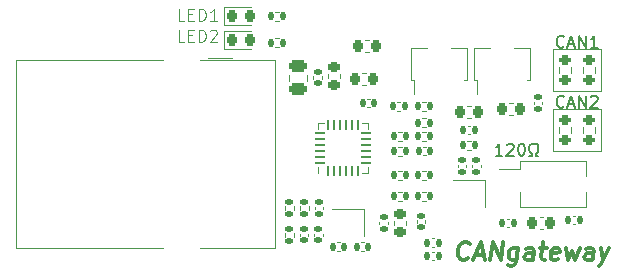
<source format=gbr>
%TF.GenerationSoftware,KiCad,Pcbnew,8.0.2-8.0.2-0~ubuntu22.04.1*%
%TF.CreationDate,2024-05-07T00:28:05+09:00*%
%TF.ProjectId,CANgatewayE,43414e67-6174-4657-9761-79452e6b6963,rev?*%
%TF.SameCoordinates,Original*%
%TF.FileFunction,Legend,Top*%
%TF.FilePolarity,Positive*%
%FSLAX46Y46*%
G04 Gerber Fmt 4.6, Leading zero omitted, Abs format (unit mm)*
G04 Created by KiCad (PCBNEW 8.0.2-8.0.2-0~ubuntu22.04.1) date 2024-05-07 00:28:05*
%MOMM*%
%LPD*%
G01*
G04 APERTURE LIST*
G04 Aperture macros list*
%AMRoundRect*
0 Rectangle with rounded corners*
0 $1 Rounding radius*
0 $2 $3 $4 $5 $6 $7 $8 $9 X,Y pos of 4 corners*
0 Add a 4 corners polygon primitive as box body*
4,1,4,$2,$3,$4,$5,$6,$7,$8,$9,$2,$3,0*
0 Add four circle primitives for the rounded corners*
1,1,$1+$1,$2,$3*
1,1,$1+$1,$4,$5*
1,1,$1+$1,$6,$7*
1,1,$1+$1,$8,$9*
0 Add four rect primitives between the rounded corners*
20,1,$1+$1,$2,$3,$4,$5,0*
20,1,$1+$1,$4,$5,$6,$7,0*
20,1,$1+$1,$6,$7,$8,$9,0*
20,1,$1+$1,$8,$9,$2,$3,0*%
%AMFreePoly0*
4,1,9,3.862500,-0.866500,0.737500,-0.866500,0.737500,-0.450000,-0.737500,-0.450000,-0.737500,0.450000,0.737500,0.450000,0.737500,0.866500,3.862500,0.866500,3.862500,-0.866500,3.862500,-0.866500,$1*%
G04 Aperture macros list end*
%ADD10C,0.100000*%
%ADD11C,0.300000*%
%ADD12C,0.150000*%
%ADD13C,0.120000*%
%ADD14RoundRect,0.140000X0.140000X0.170000X-0.140000X0.170000X-0.140000X-0.170000X0.140000X-0.170000X0*%
%ADD15RoundRect,0.140000X-0.170000X0.140000X-0.170000X-0.140000X0.170000X-0.140000X0.170000X0.140000X0*%
%ADD16RoundRect,0.135000X-0.185000X0.135000X-0.185000X-0.135000X0.185000X-0.135000X0.185000X0.135000X0*%
%ADD17RoundRect,0.135000X0.135000X0.185000X-0.135000X0.185000X-0.135000X-0.185000X0.135000X-0.185000X0*%
%ADD18C,3.250000*%
%ADD19C,1.890000*%
%ADD20R,1.900000X1.900000*%
%ADD21C,1.900000*%
%ADD22C,2.600000*%
%ADD23R,0.900000X0.800000*%
%ADD24RoundRect,0.225000X-0.225000X-0.250000X0.225000X-0.250000X0.225000X0.250000X-0.225000X0.250000X0*%
%ADD25R,0.900000X1.300000*%
%ADD26FreePoly0,90.000000*%
%ADD27RoundRect,0.218750X-0.218750X-0.256250X0.218750X-0.256250X0.218750X0.256250X-0.218750X0.256250X0*%
%ADD28RoundRect,0.140000X0.170000X-0.140000X0.170000X0.140000X-0.170000X0.140000X-0.170000X-0.140000X0*%
%ADD29RoundRect,0.200000X-0.275000X0.200000X-0.275000X-0.200000X0.275000X-0.200000X0.275000X0.200000X0*%
%ADD30RoundRect,0.062500X0.062500X-0.375000X0.062500X0.375000X-0.062500X0.375000X-0.062500X-0.375000X0*%
%ADD31RoundRect,0.062500X0.375000X-0.062500X0.375000X0.062500X-0.375000X0.062500X-0.375000X-0.062500X0*%
%ADD32R,2.500000X2.500000*%
%ADD33RoundRect,0.225000X0.225000X0.250000X-0.225000X0.250000X-0.225000X-0.250000X0.225000X-0.250000X0*%
%ADD34RoundRect,0.225000X-0.250000X0.225000X-0.250000X-0.225000X0.250000X-0.225000X0.250000X0.225000X0*%
%ADD35RoundRect,0.250000X0.475000X-0.250000X0.475000X0.250000X-0.475000X0.250000X-0.475000X-0.250000X0*%
%ADD36RoundRect,0.218750X-0.256250X0.218750X-0.256250X-0.218750X0.256250X-0.218750X0.256250X0.218750X0*%
%ADD37RoundRect,0.135000X0.185000X-0.135000X0.185000X0.135000X-0.185000X0.135000X-0.185000X-0.135000X0*%
%ADD38R,1.600000X0.760000*%
%ADD39RoundRect,0.135000X-0.135000X-0.185000X0.135000X-0.185000X0.135000X0.185000X-0.135000X0.185000X0*%
%ADD40R,1.700000X1.700000*%
%ADD41O,1.700000X1.700000*%
G04 APERTURE END LIST*
D10*
X44704000Y16510000D02*
X48768000Y16510000D01*
X48768000Y12954000D01*
X44704000Y12954000D01*
X44704000Y16510000D01*
X44704000Y21590000D02*
X48768000Y21590000D01*
X48768000Y18034000D01*
X44704000Y18034000D01*
X44704000Y21590000D01*
X13480074Y22225581D02*
X13003884Y22225581D01*
X13003884Y22225581D02*
X13003884Y23225581D01*
X13813408Y22749391D02*
X14146741Y22749391D01*
X14289598Y22225581D02*
X13813408Y22225581D01*
X13813408Y22225581D02*
X13813408Y23225581D01*
X13813408Y23225581D02*
X14289598Y23225581D01*
X14718170Y22225581D02*
X14718170Y23225581D01*
X14718170Y23225581D02*
X14956265Y23225581D01*
X14956265Y23225581D02*
X15099122Y23177962D01*
X15099122Y23177962D02*
X15194360Y23082724D01*
X15194360Y23082724D02*
X15241979Y22987486D01*
X15241979Y22987486D02*
X15289598Y22797010D01*
X15289598Y22797010D02*
X15289598Y22654153D01*
X15289598Y22654153D02*
X15241979Y22463677D01*
X15241979Y22463677D02*
X15194360Y22368439D01*
X15194360Y22368439D02*
X15099122Y22273200D01*
X15099122Y22273200D02*
X14956265Y22225581D01*
X14956265Y22225581D02*
X14718170Y22225581D01*
X15670551Y23130343D02*
X15718170Y23177962D01*
X15718170Y23177962D02*
X15813408Y23225581D01*
X15813408Y23225581D02*
X16051503Y23225581D01*
X16051503Y23225581D02*
X16146741Y23177962D01*
X16146741Y23177962D02*
X16194360Y23130343D01*
X16194360Y23130343D02*
X16241979Y23035105D01*
X16241979Y23035105D02*
X16241979Y22939867D01*
X16241979Y22939867D02*
X16194360Y22797010D01*
X16194360Y22797010D02*
X15622932Y22225581D01*
X15622932Y22225581D02*
X16241979Y22225581D01*
X13480074Y24003581D02*
X13003884Y24003581D01*
X13003884Y24003581D02*
X13003884Y25003581D01*
X13813408Y24527391D02*
X14146741Y24527391D01*
X14289598Y24003581D02*
X13813408Y24003581D01*
X13813408Y24003581D02*
X13813408Y25003581D01*
X13813408Y25003581D02*
X14289598Y25003581D01*
X14718170Y24003581D02*
X14718170Y25003581D01*
X14718170Y25003581D02*
X14956265Y25003581D01*
X14956265Y25003581D02*
X15099122Y24955962D01*
X15099122Y24955962D02*
X15194360Y24860724D01*
X15194360Y24860724D02*
X15241979Y24765486D01*
X15241979Y24765486D02*
X15289598Y24575010D01*
X15289598Y24575010D02*
X15289598Y24432153D01*
X15289598Y24432153D02*
X15241979Y24241677D01*
X15241979Y24241677D02*
X15194360Y24146439D01*
X15194360Y24146439D02*
X15099122Y24051200D01*
X15099122Y24051200D02*
X14956265Y24003581D01*
X14956265Y24003581D02*
X14718170Y24003581D01*
X16241979Y24003581D02*
X15670551Y24003581D01*
X15956265Y24003581D02*
X15956265Y25003581D01*
X15956265Y25003581D02*
X15861027Y24860724D01*
X15861027Y24860724D02*
X15765789Y24765486D01*
X15765789Y24765486D02*
X15670551Y24717867D01*
D11*
X37488582Y3898029D02*
X37408225Y3826600D01*
X37408225Y3826600D02*
X37185010Y3755172D01*
X37185010Y3755172D02*
X37042153Y3755172D01*
X37042153Y3755172D02*
X36836796Y3826600D01*
X36836796Y3826600D02*
X36711796Y3969458D01*
X36711796Y3969458D02*
X36658225Y4112315D01*
X36658225Y4112315D02*
X36622510Y4398029D01*
X36622510Y4398029D02*
X36649296Y4612315D01*
X36649296Y4612315D02*
X36756439Y4898029D01*
X36756439Y4898029D02*
X36845725Y5040886D01*
X36845725Y5040886D02*
X37006439Y5183743D01*
X37006439Y5183743D02*
X37229653Y5255172D01*
X37229653Y5255172D02*
X37372510Y5255172D01*
X37372510Y5255172D02*
X37577868Y5183743D01*
X37577868Y5183743D02*
X37640368Y5112315D01*
X38095725Y4183743D02*
X38810010Y4183743D01*
X37899296Y3755172D02*
X38586796Y5255172D01*
X38586796Y5255172D02*
X38899296Y3755172D01*
X39399296Y3755172D02*
X39586796Y5255172D01*
X39586796Y5255172D02*
X40256439Y3755172D01*
X40256439Y3755172D02*
X40443939Y5255172D01*
X41738582Y4755172D02*
X41586796Y3540886D01*
X41586796Y3540886D02*
X41497511Y3398029D01*
X41497511Y3398029D02*
X41417153Y3326600D01*
X41417153Y3326600D02*
X41265368Y3255172D01*
X41265368Y3255172D02*
X41051082Y3255172D01*
X41051082Y3255172D02*
X40917153Y3326600D01*
X41622511Y3826600D02*
X41470725Y3755172D01*
X41470725Y3755172D02*
X41185011Y3755172D01*
X41185011Y3755172D02*
X41051082Y3826600D01*
X41051082Y3826600D02*
X40988582Y3898029D01*
X40988582Y3898029D02*
X40935011Y4040886D01*
X40935011Y4040886D02*
X40988582Y4469458D01*
X40988582Y4469458D02*
X41077868Y4612315D01*
X41077868Y4612315D02*
X41158225Y4683743D01*
X41158225Y4683743D02*
X41310011Y4755172D01*
X41310011Y4755172D02*
X41595725Y4755172D01*
X41595725Y4755172D02*
X41729653Y4683743D01*
X42970725Y3755172D02*
X43068939Y4540886D01*
X43068939Y4540886D02*
X43015368Y4683743D01*
X43015368Y4683743D02*
X42881439Y4755172D01*
X42881439Y4755172D02*
X42595725Y4755172D01*
X42595725Y4755172D02*
X42443939Y4683743D01*
X42979654Y3826600D02*
X42827868Y3755172D01*
X42827868Y3755172D02*
X42470725Y3755172D01*
X42470725Y3755172D02*
X42336796Y3826600D01*
X42336796Y3826600D02*
X42283225Y3969458D01*
X42283225Y3969458D02*
X42301082Y4112315D01*
X42301082Y4112315D02*
X42390368Y4255172D01*
X42390368Y4255172D02*
X42542154Y4326600D01*
X42542154Y4326600D02*
X42899296Y4326600D01*
X42899296Y4326600D02*
X43051082Y4398029D01*
X43595725Y4755172D02*
X44167154Y4755172D01*
X43872511Y5255172D02*
X43711797Y3969458D01*
X43711797Y3969458D02*
X43765368Y3826600D01*
X43765368Y3826600D02*
X43899297Y3755172D01*
X43899297Y3755172D02*
X44042154Y3755172D01*
X45122511Y3826600D02*
X44970725Y3755172D01*
X44970725Y3755172D02*
X44685011Y3755172D01*
X44685011Y3755172D02*
X44551082Y3826600D01*
X44551082Y3826600D02*
X44497511Y3969458D01*
X44497511Y3969458D02*
X44568940Y4540886D01*
X44568940Y4540886D02*
X44658225Y4683743D01*
X44658225Y4683743D02*
X44810011Y4755172D01*
X44810011Y4755172D02*
X45095725Y4755172D01*
X45095725Y4755172D02*
X45229654Y4683743D01*
X45229654Y4683743D02*
X45283225Y4540886D01*
X45283225Y4540886D02*
X45265368Y4398029D01*
X45265368Y4398029D02*
X44533225Y4255172D01*
X45810011Y4755172D02*
X45970725Y3755172D01*
X45970725Y3755172D02*
X46345725Y4469458D01*
X46345725Y4469458D02*
X46542154Y3755172D01*
X46542154Y3755172D02*
X46952868Y4755172D01*
X48042154Y3755172D02*
X48140368Y4540886D01*
X48140368Y4540886D02*
X48086797Y4683743D01*
X48086797Y4683743D02*
X47952868Y4755172D01*
X47952868Y4755172D02*
X47667154Y4755172D01*
X47667154Y4755172D02*
X47515368Y4683743D01*
X48051083Y3826600D02*
X47899297Y3755172D01*
X47899297Y3755172D02*
X47542154Y3755172D01*
X47542154Y3755172D02*
X47408225Y3826600D01*
X47408225Y3826600D02*
X47354654Y3969458D01*
X47354654Y3969458D02*
X47372511Y4112315D01*
X47372511Y4112315D02*
X47461797Y4255172D01*
X47461797Y4255172D02*
X47613583Y4326600D01*
X47613583Y4326600D02*
X47970725Y4326600D01*
X47970725Y4326600D02*
X48122511Y4398029D01*
X48738583Y4755172D02*
X48970726Y3755172D01*
X49452868Y4755172D02*
X48970726Y3755172D01*
X48970726Y3755172D02*
X48783226Y3398029D01*
X48783226Y3398029D02*
X48702868Y3326600D01*
X48702868Y3326600D02*
X48551083Y3255172D01*
D12*
X45616952Y21815420D02*
X45569333Y21767800D01*
X45569333Y21767800D02*
X45426476Y21720181D01*
X45426476Y21720181D02*
X45331238Y21720181D01*
X45331238Y21720181D02*
X45188381Y21767800D01*
X45188381Y21767800D02*
X45093143Y21863039D01*
X45093143Y21863039D02*
X45045524Y21958277D01*
X45045524Y21958277D02*
X44997905Y22148753D01*
X44997905Y22148753D02*
X44997905Y22291610D01*
X44997905Y22291610D02*
X45045524Y22482086D01*
X45045524Y22482086D02*
X45093143Y22577324D01*
X45093143Y22577324D02*
X45188381Y22672562D01*
X45188381Y22672562D02*
X45331238Y22720181D01*
X45331238Y22720181D02*
X45426476Y22720181D01*
X45426476Y22720181D02*
X45569333Y22672562D01*
X45569333Y22672562D02*
X45616952Y22624943D01*
X45997905Y22005896D02*
X46474095Y22005896D01*
X45902667Y21720181D02*
X46236000Y22720181D01*
X46236000Y22720181D02*
X46569333Y21720181D01*
X46902667Y21720181D02*
X46902667Y22720181D01*
X46902667Y22720181D02*
X47474095Y21720181D01*
X47474095Y21720181D02*
X47474095Y22720181D01*
X48474095Y21720181D02*
X47902667Y21720181D01*
X48188381Y21720181D02*
X48188381Y22720181D01*
X48188381Y22720181D02*
X48093143Y22577324D01*
X48093143Y22577324D02*
X47997905Y22482086D01*
X47997905Y22482086D02*
X47902667Y22434467D01*
X45616952Y16735420D02*
X45569333Y16687800D01*
X45569333Y16687800D02*
X45426476Y16640181D01*
X45426476Y16640181D02*
X45331238Y16640181D01*
X45331238Y16640181D02*
X45188381Y16687800D01*
X45188381Y16687800D02*
X45093143Y16783039D01*
X45093143Y16783039D02*
X45045524Y16878277D01*
X45045524Y16878277D02*
X44997905Y17068753D01*
X44997905Y17068753D02*
X44997905Y17211610D01*
X44997905Y17211610D02*
X45045524Y17402086D01*
X45045524Y17402086D02*
X45093143Y17497324D01*
X45093143Y17497324D02*
X45188381Y17592562D01*
X45188381Y17592562D02*
X45331238Y17640181D01*
X45331238Y17640181D02*
X45426476Y17640181D01*
X45426476Y17640181D02*
X45569333Y17592562D01*
X45569333Y17592562D02*
X45616952Y17544943D01*
X45997905Y16925896D02*
X46474095Y16925896D01*
X45902667Y16640181D02*
X46236000Y17640181D01*
X46236000Y17640181D02*
X46569333Y16640181D01*
X46902667Y16640181D02*
X46902667Y17640181D01*
X46902667Y17640181D02*
X47474095Y16640181D01*
X47474095Y16640181D02*
X47474095Y17640181D01*
X47902667Y17544943D02*
X47950286Y17592562D01*
X47950286Y17592562D02*
X48045524Y17640181D01*
X48045524Y17640181D02*
X48283619Y17640181D01*
X48283619Y17640181D02*
X48378857Y17592562D01*
X48378857Y17592562D02*
X48426476Y17544943D01*
X48426476Y17544943D02*
X48474095Y17449705D01*
X48474095Y17449705D02*
X48474095Y17354467D01*
X48474095Y17354467D02*
X48426476Y17211610D01*
X48426476Y17211610D02*
X47855048Y16640181D01*
X47855048Y16640181D02*
X48474095Y16640181D01*
X40417904Y12576181D02*
X39846476Y12576181D01*
X40132190Y12576181D02*
X40132190Y13576181D01*
X40132190Y13576181D02*
X40036952Y13433324D01*
X40036952Y13433324D02*
X39941714Y13338086D01*
X39941714Y13338086D02*
X39846476Y13290467D01*
X40798857Y13480943D02*
X40846476Y13528562D01*
X40846476Y13528562D02*
X40941714Y13576181D01*
X40941714Y13576181D02*
X41179809Y13576181D01*
X41179809Y13576181D02*
X41275047Y13528562D01*
X41275047Y13528562D02*
X41322666Y13480943D01*
X41322666Y13480943D02*
X41370285Y13385705D01*
X41370285Y13385705D02*
X41370285Y13290467D01*
X41370285Y13290467D02*
X41322666Y13147610D01*
X41322666Y13147610D02*
X40751238Y12576181D01*
X40751238Y12576181D02*
X41370285Y12576181D01*
X41989333Y13576181D02*
X42084571Y13576181D01*
X42084571Y13576181D02*
X42179809Y13528562D01*
X42179809Y13528562D02*
X42227428Y13480943D01*
X42227428Y13480943D02*
X42275047Y13385705D01*
X42275047Y13385705D02*
X42322666Y13195229D01*
X42322666Y13195229D02*
X42322666Y12957134D01*
X42322666Y12957134D02*
X42275047Y12766658D01*
X42275047Y12766658D02*
X42227428Y12671420D01*
X42227428Y12671420D02*
X42179809Y12623800D01*
X42179809Y12623800D02*
X42084571Y12576181D01*
X42084571Y12576181D02*
X41989333Y12576181D01*
X41989333Y12576181D02*
X41894095Y12623800D01*
X41894095Y12623800D02*
X41846476Y12671420D01*
X41846476Y12671420D02*
X41798857Y12766658D01*
X41798857Y12766658D02*
X41751238Y12957134D01*
X41751238Y12957134D02*
X41751238Y13195229D01*
X41751238Y13195229D02*
X41798857Y13385705D01*
X41798857Y13385705D02*
X41846476Y13480943D01*
X41846476Y13480943D02*
X41894095Y13528562D01*
X41894095Y13528562D02*
X41989333Y13576181D01*
X42703619Y12576181D02*
X42941714Y12576181D01*
X42941714Y12576181D02*
X42941714Y12766658D01*
X42941714Y12766658D02*
X42846476Y12814277D01*
X42846476Y12814277D02*
X42751238Y12909515D01*
X42751238Y12909515D02*
X42703619Y13052372D01*
X42703619Y13052372D02*
X42703619Y13290467D01*
X42703619Y13290467D02*
X42751238Y13433324D01*
X42751238Y13433324D02*
X42846476Y13528562D01*
X42846476Y13528562D02*
X42989333Y13576181D01*
X42989333Y13576181D02*
X43179809Y13576181D01*
X43179809Y13576181D02*
X43322666Y13528562D01*
X43322666Y13528562D02*
X43417904Y13433324D01*
X43417904Y13433324D02*
X43465523Y13290467D01*
X43465523Y13290467D02*
X43465523Y13052372D01*
X43465523Y13052372D02*
X43417904Y12909515D01*
X43417904Y12909515D02*
X43322666Y12814277D01*
X43322666Y12814277D02*
X43227428Y12766658D01*
X43227428Y12766658D02*
X43227428Y12576181D01*
X43227428Y12576181D02*
X43465523Y12576181D01*
D13*
%TO.C,C25*%
X46589836Y7472000D02*
X46374164Y7472000D01*
X46589836Y6752000D02*
X46374164Y6752000D01*
%TO.C,C11*%
X43074000Y17125836D02*
X43074000Y16910164D01*
X43794000Y17125836D02*
X43794000Y16910164D01*
%TO.C,R18*%
X21972000Y8281641D02*
X21972000Y7974359D01*
X22732000Y8281641D02*
X22732000Y7974359D01*
%TO.C,C10*%
X34651836Y4424000D02*
X34436164Y4424000D01*
X34651836Y3704000D02*
X34436164Y3704000D01*
%TO.C,R3*%
X33935641Y9524000D02*
X33628359Y9524000D01*
X33935641Y8764000D02*
X33628359Y8764000D01*
%TO.C,R6*%
X33937641Y17144000D02*
X33630359Y17144000D01*
X33937641Y16384000D02*
X33630359Y16384000D01*
%TO.C,J1*%
X-800000Y20675000D02*
X11640000Y20675000D01*
X-800000Y4725000D02*
X-800000Y20675000D01*
X11640000Y4725000D02*
X-800000Y4725000D01*
X14840000Y20675000D02*
X21120000Y20675000D01*
X17530000Y20875000D02*
X15530000Y20875000D01*
X21120000Y20675000D02*
X21120000Y4725000D01*
X21120000Y4725000D02*
X14840000Y4725000D01*
%TO.C,R16*%
X23242000Y8281641D02*
X23242000Y7974359D01*
X24002000Y8281641D02*
X24002000Y7974359D01*
%TO.C,Y1*%
X38942000Y10548000D02*
X36242000Y10548000D01*
X38942000Y8248000D02*
X38942000Y10548000D01*
%TO.C,C22*%
X37438420Y16766000D02*
X37719580Y16766000D01*
X37438420Y15746000D02*
X37719580Y15746000D01*
%TO.C,C19*%
X24532000Y8235836D02*
X24532000Y8020164D01*
X25252000Y8235836D02*
X25252000Y8020164D01*
%TO.C,U5*%
X38026000Y21680000D02*
X39336000Y21680000D01*
X38026000Y18960000D02*
X38026000Y21680000D01*
X38026000Y18960000D02*
X38256000Y18960000D01*
X38256000Y17820000D02*
X38256000Y18960000D01*
X41436000Y21680000D02*
X42746000Y21680000D01*
X42746000Y21680000D02*
X42746000Y18960000D01*
X42746000Y18960000D02*
X42516000Y18960000D01*
%TO.C,R1*%
X37747641Y13842000D02*
X37440359Y13842000D01*
X37747641Y13082000D02*
X37440359Y13082000D01*
%TO.C,R22*%
X21489641Y22520000D02*
X21182359Y22520000D01*
X21489641Y21760000D02*
X21182359Y21760000D01*
%TO.C,C16*%
X33917836Y13314000D02*
X33702164Y13314000D01*
X33917836Y12594000D02*
X33702164Y12594000D01*
%TO.C,C20*%
X24470000Y5977836D02*
X24470000Y5762164D01*
X25190000Y5977836D02*
X25190000Y5762164D01*
%TO.C,D1*%
X16803000Y25119000D02*
X16803000Y23649000D01*
X16803000Y23649000D02*
X19088000Y23649000D01*
X19088000Y25119000D02*
X16803000Y25119000D01*
%TO.C,C1*%
X37841600Y11576164D02*
X37841600Y11791836D01*
X38561600Y11576164D02*
X38561600Y11791836D01*
%TO.C,R9*%
X31903641Y13334000D02*
X31596359Y13334000D01*
X31903641Y12574000D02*
X31596359Y12574000D01*
%TO.C,JP3*%
X45197500Y20049258D02*
X45197500Y19574742D01*
X46242500Y20049258D02*
X46242500Y19574742D01*
%TO.C,U2*%
X24806000Y15318000D02*
X25281000Y15318000D01*
X24806000Y14843000D02*
X24806000Y15318000D01*
X24806000Y11573000D02*
X24806000Y11098000D01*
X29026000Y15318000D02*
X28551000Y15318000D01*
X29026000Y14843000D02*
X29026000Y15318000D01*
X29026000Y11573000D02*
X29026000Y11098000D01*
X29026000Y11098000D02*
X28551000Y11098000D01*
%TO.C,C24*%
X29083580Y22354000D02*
X28802420Y22354000D01*
X29083580Y21334000D02*
X28802420Y21334000D01*
%TO.C,C5*%
X43560420Y7368000D02*
X43841580Y7368000D01*
X43560420Y6348000D02*
X43841580Y6348000D01*
%TO.C,JP5*%
X47229500Y14969258D02*
X47229500Y14494742D01*
X48274500Y14969258D02*
X48274500Y14494742D01*
%TO.C,C4*%
X28842580Y19560000D02*
X28561420Y19560000D01*
X28842580Y18540000D02*
X28561420Y18540000D01*
%TO.C,R7*%
X31903641Y11302000D02*
X31596359Y11302000D01*
X31903641Y10542000D02*
X31596359Y10542000D01*
%TO.C,U7*%
X32692000Y21680000D02*
X34002000Y21680000D01*
X32692000Y18960000D02*
X32692000Y21680000D01*
X32692000Y18960000D02*
X32922000Y18960000D01*
X32922000Y17820000D02*
X32922000Y18960000D01*
X36102000Y21680000D02*
X37412000Y21680000D01*
X37412000Y21680000D02*
X37412000Y18960000D01*
X37412000Y18960000D02*
X37182000Y18960000D01*
%TO.C,R2*%
X33935641Y11302000D02*
X33628359Y11302000D01*
X33935641Y10542000D02*
X33628359Y10542000D01*
%TO.C,C15*%
X31240000Y6998580D02*
X31240000Y6717420D01*
X32260000Y6998580D02*
X32260000Y6717420D01*
%TO.C,JP4*%
X45197500Y14969258D02*
X45197500Y14494742D01*
X46242500Y14969258D02*
X46242500Y14494742D01*
%TO.C,R8*%
X31903641Y9524000D02*
X31596359Y9524000D01*
X31903641Y8764000D02*
X31596359Y8764000D01*
%TO.C,C17*%
X22379000Y18915748D02*
X22379000Y19438252D01*
X23849000Y18915748D02*
X23849000Y19438252D01*
%TO.C,C18*%
X24405000Y19069164D02*
X24405000Y19284836D01*
X25125000Y19069164D02*
X25125000Y19284836D01*
%TO.C,C23*%
X41288580Y17020000D02*
X41007420Y17020000D01*
X41288580Y16000000D02*
X41007420Y16000000D01*
%TO.C,Y2*%
X28720000Y8042902D02*
X26020000Y8042902D01*
X28720000Y5742902D02*
X28720000Y8042902D01*
%TO.C,C8*%
X33168000Y6877164D02*
X33168000Y7092836D01*
X33888000Y6877164D02*
X33888000Y7092836D01*
%TO.C,L1*%
X25652000Y19466779D02*
X25652000Y19141221D01*
X26672000Y19466779D02*
X26672000Y19141221D01*
%TO.C,R5*%
X33935641Y15747000D02*
X33628359Y15747000D01*
X33935641Y14987000D02*
X33628359Y14987000D01*
%TO.C,R17*%
X21972000Y5688359D02*
X21972000Y5995641D01*
X22732000Y5688359D02*
X22732000Y5995641D01*
%TO.C,SW1*%
X40094000Y11475000D02*
X41944000Y11475000D01*
X41944000Y12125000D02*
X41944000Y11475000D01*
X41944000Y12125000D02*
X47464000Y12125000D01*
X41944000Y9465000D02*
X41944000Y8195000D01*
X41944000Y8195000D02*
X47464000Y8195000D01*
X47464000Y12125000D02*
X47464000Y10856000D01*
X47464000Y9465000D02*
X47464000Y8195000D01*
%TO.C,C14*%
X29993000Y6965836D02*
X29993000Y6750164D01*
X30713000Y6965836D02*
X30713000Y6750164D01*
%TO.C,C7*%
X37699836Y15092000D02*
X37484164Y15092000D01*
X37699836Y14372000D02*
X37484164Y14372000D01*
%TO.C,C13*%
X26622836Y5220902D02*
X26407164Y5220902D01*
X26622836Y4500902D02*
X26407164Y4500902D01*
%TO.C,C6*%
X29190836Y17378000D02*
X28975164Y17378000D01*
X29190836Y16658000D02*
X28975164Y16658000D01*
%TO.C,JP2*%
X47229500Y20049258D02*
X47229500Y19574742D01*
X48274500Y20049258D02*
X48274500Y19574742D01*
%TO.C,C3*%
X34651836Y5567000D02*
X34436164Y5567000D01*
X34651836Y4847000D02*
X34436164Y4847000D01*
%TO.C,R4*%
X33935641Y14604000D02*
X33628359Y14604000D01*
X33935641Y13844000D02*
X33628359Y13844000D01*
%TO.C,C2*%
X36622400Y11791836D02*
X36622400Y11576164D01*
X37342400Y11791836D02*
X37342400Y11576164D01*
%TO.C,R10*%
X31596359Y14604000D02*
X31903641Y14604000D01*
X31596359Y13844000D02*
X31903641Y13844000D01*
%TO.C,D2*%
X16803000Y23087000D02*
X16803000Y21617000D01*
X16803000Y21617000D02*
X19088000Y21617000D01*
X19088000Y23087000D02*
X16803000Y23087000D01*
%TO.C,C12*%
X28682836Y5220902D02*
X28467164Y5220902D01*
X28682836Y4500902D02*
X28467164Y4500902D01*
%TO.C,R21*%
X21487641Y24764000D02*
X21180359Y24764000D01*
X21487641Y24004000D02*
X21180359Y24004000D01*
%TO.C,R11*%
X31469359Y17144000D02*
X31776641Y17144000D01*
X31469359Y16384000D02*
X31776641Y16384000D01*
%TO.C,C9*%
X41001836Y7218000D02*
X40786164Y7218000D01*
X41001836Y6498000D02*
X40786164Y6498000D01*
%TO.C,C21*%
X23262000Y5977836D02*
X23262000Y5762164D01*
X23982000Y5977836D02*
X23982000Y5762164D01*
%TD*%
%LPC*%
D14*
%TO.C,C25*%
X46962000Y7112000D03*
X46002000Y7112000D03*
%TD*%
D15*
%TO.C,C11*%
X43434000Y17498000D03*
X43434000Y16538000D03*
%TD*%
D16*
%TO.C,R18*%
X22352000Y8638000D03*
X22352000Y7618000D03*
%TD*%
D14*
%TO.C,C10*%
X35024000Y4064000D03*
X34064000Y4064000D03*
%TD*%
D17*
%TO.C,R3*%
X34292000Y9144000D03*
X33272000Y9144000D03*
%TD*%
%TO.C,R6*%
X34294000Y16764000D03*
X33274000Y16764000D03*
%TD*%
D18*
%TO.C,J1*%
X10190000Y18415000D03*
X10190000Y6985000D03*
D19*
X6810000Y6375000D03*
X5290000Y8915000D03*
X6810000Y16485000D03*
X5290000Y19025000D03*
D20*
X16530000Y17145000D03*
D21*
X19070000Y15875000D03*
X16530000Y14605000D03*
X19070000Y13335000D03*
X16530000Y12065000D03*
X19070000Y10795000D03*
X16530000Y9525000D03*
X19070000Y8255000D03*
D22*
X13240000Y20475000D03*
X13240000Y4925000D03*
%TD*%
D16*
%TO.C,R16*%
X23622000Y8638000D03*
X23622000Y7618000D03*
%TD*%
D23*
%TO.C,Y1*%
X38292000Y9948000D03*
X36892000Y9948000D03*
X36892000Y8848000D03*
X38292000Y8848000D03*
%TD*%
D24*
%TO.C,C22*%
X36804000Y16256000D03*
X38354000Y16256000D03*
%TD*%
D15*
%TO.C,C19*%
X24892000Y8608000D03*
X24892000Y7648000D03*
%TD*%
D25*
%TO.C,U5*%
X38886000Y18370000D03*
D26*
X40386000Y18457500D03*
D25*
X41886000Y18370000D03*
%TD*%
D17*
%TO.C,R1*%
X38104000Y13462000D03*
X37084000Y13462000D03*
%TD*%
%TO.C,R22*%
X21846000Y22140000D03*
X20826000Y22140000D03*
%TD*%
D14*
%TO.C,C16*%
X34290000Y12954000D03*
X33330000Y12954000D03*
%TD*%
D15*
%TO.C,C20*%
X24830000Y6350000D03*
X24830000Y5390000D03*
%TD*%
D27*
%TO.C,D1*%
X17500500Y24384000D03*
X19075500Y24384000D03*
%TD*%
D28*
%TO.C,C1*%
X38201600Y11204000D03*
X38201600Y12164000D03*
%TD*%
D17*
%TO.C,R9*%
X32260000Y12954000D03*
X31240000Y12954000D03*
%TD*%
D29*
%TO.C,JP3*%
X45720000Y20637000D03*
X45720000Y18987000D03*
%TD*%
D30*
%TO.C,U2*%
X25666000Y11270500D03*
X26166000Y11270500D03*
X26666000Y11270500D03*
X27166000Y11270500D03*
X27666000Y11270500D03*
X28166000Y11270500D03*
D31*
X28853500Y11958000D03*
X28853500Y12458000D03*
X28853500Y12958000D03*
X28853500Y13458000D03*
X28853500Y13958000D03*
X28853500Y14458000D03*
D30*
X28166000Y15145500D03*
X27666000Y15145500D03*
X27166000Y15145500D03*
X26666000Y15145500D03*
X26166000Y15145500D03*
X25666000Y15145500D03*
D31*
X24978500Y14458000D03*
X24978500Y13958000D03*
X24978500Y13458000D03*
X24978500Y12958000D03*
X24978500Y12458000D03*
X24978500Y11958000D03*
D32*
X26916000Y13208000D03*
%TD*%
D33*
%TO.C,C24*%
X29718000Y21844000D03*
X28168000Y21844000D03*
%TD*%
D24*
%TO.C,C5*%
X42926000Y6858000D03*
X44476000Y6858000D03*
%TD*%
D29*
%TO.C,JP5*%
X47752000Y15557000D03*
X47752000Y13907000D03*
%TD*%
D33*
%TO.C,C4*%
X29477000Y19050000D03*
X27927000Y19050000D03*
%TD*%
D17*
%TO.C,R7*%
X32260000Y10922000D03*
X31240000Y10922000D03*
%TD*%
D25*
%TO.C,U7*%
X33552000Y18370000D03*
D26*
X35052000Y18457500D03*
D25*
X36552000Y18370000D03*
%TD*%
D17*
%TO.C,R2*%
X34292000Y10922000D03*
X33272000Y10922000D03*
%TD*%
D34*
%TO.C,C15*%
X31750000Y7633000D03*
X31750000Y6083000D03*
%TD*%
D29*
%TO.C,JP4*%
X45720000Y15557000D03*
X45720000Y13907000D03*
%TD*%
D17*
%TO.C,R8*%
X32260000Y9144000D03*
X31240000Y9144000D03*
%TD*%
D35*
%TO.C,C17*%
X23114000Y18227000D03*
X23114000Y20127000D03*
%TD*%
D28*
%TO.C,C18*%
X24765000Y18697000D03*
X24765000Y19657000D03*
%TD*%
D33*
%TO.C,C23*%
X41923000Y16510000D03*
X40373000Y16510000D03*
%TD*%
D23*
%TO.C,Y2*%
X28070000Y7442902D03*
X26670000Y7442902D03*
X26670000Y6342902D03*
X28070000Y6342902D03*
%TD*%
D28*
%TO.C,C8*%
X33528000Y6505000D03*
X33528000Y7465000D03*
%TD*%
D36*
%TO.C,L1*%
X26162000Y20091500D03*
X26162000Y18516500D03*
%TD*%
D17*
%TO.C,R5*%
X34292000Y15367000D03*
X33272000Y15367000D03*
%TD*%
D37*
%TO.C,R17*%
X22352000Y5332000D03*
X22352000Y6352000D03*
%TD*%
D38*
%TO.C,SW1*%
X40894000Y10795000D03*
X40894000Y9525000D03*
X48514000Y9525000D03*
X48514000Y10795000D03*
%TD*%
D15*
%TO.C,C14*%
X30353000Y7338000D03*
X30353000Y6378000D03*
%TD*%
D14*
%TO.C,C7*%
X38072000Y14732000D03*
X37112000Y14732000D03*
%TD*%
%TO.C,C13*%
X26995000Y4860902D03*
X26035000Y4860902D03*
%TD*%
%TO.C,C6*%
X29563000Y17018000D03*
X28603000Y17018000D03*
%TD*%
D29*
%TO.C,JP2*%
X47752000Y20637000D03*
X47752000Y18987000D03*
%TD*%
D14*
%TO.C,C3*%
X35024000Y5207000D03*
X34064000Y5207000D03*
%TD*%
D17*
%TO.C,R4*%
X34292000Y14224000D03*
X33272000Y14224000D03*
%TD*%
D15*
%TO.C,C2*%
X36982400Y12164000D03*
X36982400Y11204000D03*
%TD*%
D39*
%TO.C,R10*%
X31240000Y14224000D03*
X32260000Y14224000D03*
%TD*%
D27*
%TO.C,D2*%
X17500500Y22352000D03*
X19075500Y22352000D03*
%TD*%
D14*
%TO.C,C12*%
X29055000Y4860902D03*
X28095000Y4860902D03*
%TD*%
D17*
%TO.C,R21*%
X21844000Y24384000D03*
X20824000Y24384000D03*
%TD*%
D39*
%TO.C,R11*%
X31113000Y16764000D03*
X32133000Y16764000D03*
%TD*%
D14*
%TO.C,C9*%
X41374000Y6858000D03*
X40414000Y6858000D03*
%TD*%
D15*
%TO.C,C21*%
X23622000Y6350000D03*
X23622000Y5390000D03*
%TD*%
D40*
%TO.C,J3*%
X25400000Y1270000D03*
D41*
X27940000Y1270000D03*
X30480000Y1270000D03*
X33020000Y1270000D03*
X35560000Y1270000D03*
X38100000Y1270000D03*
X40640000Y1270000D03*
X43180000Y1270000D03*
X45720000Y1270000D03*
X48260000Y1270000D03*
%TD*%
D40*
%TO.C,J4*%
X25400000Y24130000D03*
D41*
X27940000Y24130000D03*
X30480000Y24130000D03*
X33020000Y24130000D03*
X35560000Y24130000D03*
X38100000Y24130000D03*
X40640000Y24130000D03*
X43180000Y24130000D03*
X45720000Y24130000D03*
X48260000Y24130000D03*
%TD*%
%LPD*%
M02*

</source>
